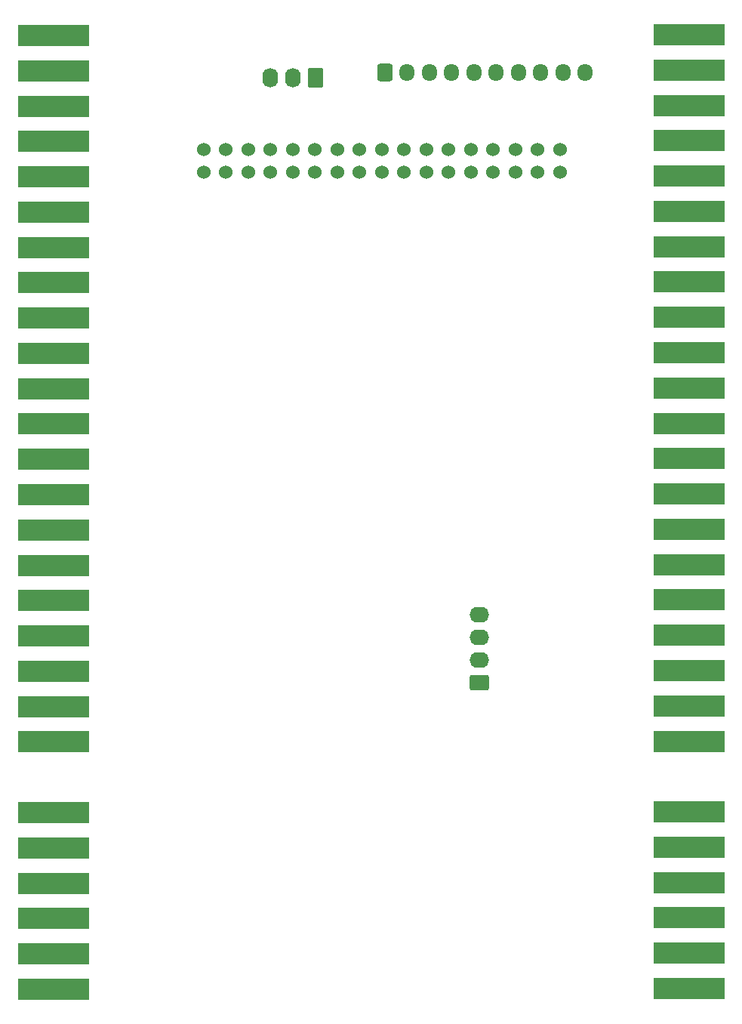
<source format=gbr>
%TF.GenerationSoftware,KiCad,Pcbnew,9.0.2*%
%TF.CreationDate,2025-07-09T23:55:51-04:00*%
%TF.ProjectId,jammaSFTM-CPS,6a616d6d-6153-4465-944d-2d4350532e6b,rev?*%
%TF.SameCoordinates,Original*%
%TF.FileFunction,Soldermask,Top*%
%TF.FilePolarity,Negative*%
%FSLAX46Y46*%
G04 Gerber Fmt 4.6, Leading zero omitted, Abs format (unit mm)*
G04 Created by KiCad (PCBNEW 9.0.2) date 2025-07-09 23:55:51*
%MOMM*%
%LPD*%
G01*
G04 APERTURE LIST*
G04 Aperture macros list*
%AMRoundRect*
0 Rectangle with rounded corners*
0 $1 Rounding radius*
0 $2 $3 $4 $5 $6 $7 $8 $9 X,Y pos of 4 corners*
0 Add a 4 corners polygon primitive as box body*
4,1,4,$2,$3,$4,$5,$6,$7,$8,$9,$2,$3,0*
0 Add four circle primitives for the rounded corners*
1,1,$1+$1,$2,$3*
1,1,$1+$1,$4,$5*
1,1,$1+$1,$6,$7*
1,1,$1+$1,$8,$9*
0 Add four rect primitives between the rounded corners*
20,1,$1+$1,$2,$3,$4,$5,0*
20,1,$1+$1,$4,$5,$6,$7,0*
20,1,$1+$1,$6,$7,$8,$9,0*
20,1,$1+$1,$8,$9,$2,$3,0*%
G04 Aperture macros list end*
%ADD10RoundRect,0.250000X-0.600000X-0.725000X0.600000X-0.725000X0.600000X0.725000X-0.600000X0.725000X0*%
%ADD11O,1.700000X1.950000*%
%ADD12RoundRect,0.250000X0.845000X-0.620000X0.845000X0.620000X-0.845000X0.620000X-0.845000X-0.620000X0*%
%ADD13O,2.190000X1.740000*%
%ADD14R,8.000000X2.350000*%
%ADD15RoundRect,0.250000X0.620000X0.845000X-0.620000X0.845000X-0.620000X-0.845000X0.620000X-0.845000X0*%
%ADD16O,1.740000X2.190000*%
%ADD17C,1.524000*%
G04 APERTURE END LIST*
D10*
%TO.C,J5*%
X101701600Y-53441600D03*
D11*
X104201600Y-53441600D03*
X106701600Y-53441600D03*
X109201600Y-53441600D03*
X111701600Y-53441600D03*
X114201600Y-53441600D03*
X116701600Y-53441600D03*
X119201600Y-53441600D03*
X121701600Y-53441600D03*
X124201600Y-53441600D03*
%TD*%
D12*
%TO.C,J4*%
X112344200Y-121843800D03*
D13*
X112344200Y-119303800D03*
X112344200Y-116763800D03*
X112344200Y-114223800D03*
%TD*%
D14*
%TO.C,J1*%
X64544500Y-156228400D03*
X64544500Y-152268400D03*
X64544500Y-148308400D03*
X64544500Y-144348400D03*
X64544500Y-140388400D03*
X64544500Y-136428400D03*
X64544500Y-128508400D03*
X64544500Y-124548400D03*
X64544500Y-120588400D03*
X64544500Y-116628400D03*
X64544500Y-112668400D03*
X64544500Y-108708400D03*
X64544500Y-104748400D03*
X64544500Y-100788400D03*
X64544500Y-96828400D03*
X64544500Y-92868400D03*
X64544500Y-88908400D03*
X64544500Y-84948400D03*
X64544500Y-80988400D03*
X64544500Y-77028400D03*
X64544500Y-73068400D03*
X64544500Y-69108400D03*
X64544500Y-65148400D03*
X64544500Y-61188400D03*
X64544500Y-57228400D03*
X64544500Y-53268400D03*
X64544500Y-49308400D03*
%TD*%
%TO.C,J2*%
X135836100Y-156152200D03*
X135836100Y-152192200D03*
X135836100Y-148232200D03*
X135836100Y-144272200D03*
X135836100Y-140312200D03*
X135836100Y-136352200D03*
X135836100Y-128432200D03*
X135836100Y-124472200D03*
X135836100Y-120512200D03*
X135836100Y-116552200D03*
X135836100Y-112592200D03*
X135836100Y-108632200D03*
X135836100Y-104672200D03*
X135836100Y-100712200D03*
X135836100Y-96752200D03*
X135836100Y-92792200D03*
X135836100Y-88832200D03*
X135836100Y-84872200D03*
X135836100Y-80912200D03*
X135836100Y-76952200D03*
X135836100Y-72992200D03*
X135836100Y-69032200D03*
X135836100Y-65072200D03*
X135836100Y-61112200D03*
X135836100Y-57152200D03*
X135836100Y-53192200D03*
X135836100Y-49232200D03*
%TD*%
D15*
%TO.C,J3*%
X93980000Y-54051200D03*
D16*
X91440000Y-54051200D03*
X88900000Y-54051200D03*
%TD*%
D17*
%TO.C,J6*%
X81384200Y-62097600D03*
X81384200Y-64597600D03*
X83884200Y-62097600D03*
X83884200Y-64597600D03*
X86384200Y-62097600D03*
X86384200Y-64597600D03*
X88884200Y-62097600D03*
X88884200Y-64597600D03*
X91384200Y-62097600D03*
X91384200Y-64597600D03*
X93884200Y-62097600D03*
X93884200Y-64597600D03*
X96384200Y-62097600D03*
X96384200Y-64597600D03*
X98884200Y-62097600D03*
X98884200Y-64597600D03*
X101384200Y-62097600D03*
X101384200Y-64597600D03*
X103884200Y-62097600D03*
X103884200Y-64597600D03*
X106384200Y-62097600D03*
X106384200Y-64597600D03*
X108884200Y-62097600D03*
X108884200Y-64597600D03*
X111384200Y-62097600D03*
X111384200Y-64597600D03*
X113884200Y-62097600D03*
X113884200Y-64597600D03*
X116384200Y-62097600D03*
X116384200Y-64597600D03*
X118884200Y-62097600D03*
X118884200Y-64597600D03*
X121384200Y-62097600D03*
X121384200Y-64597600D03*
%TD*%
M02*

</source>
